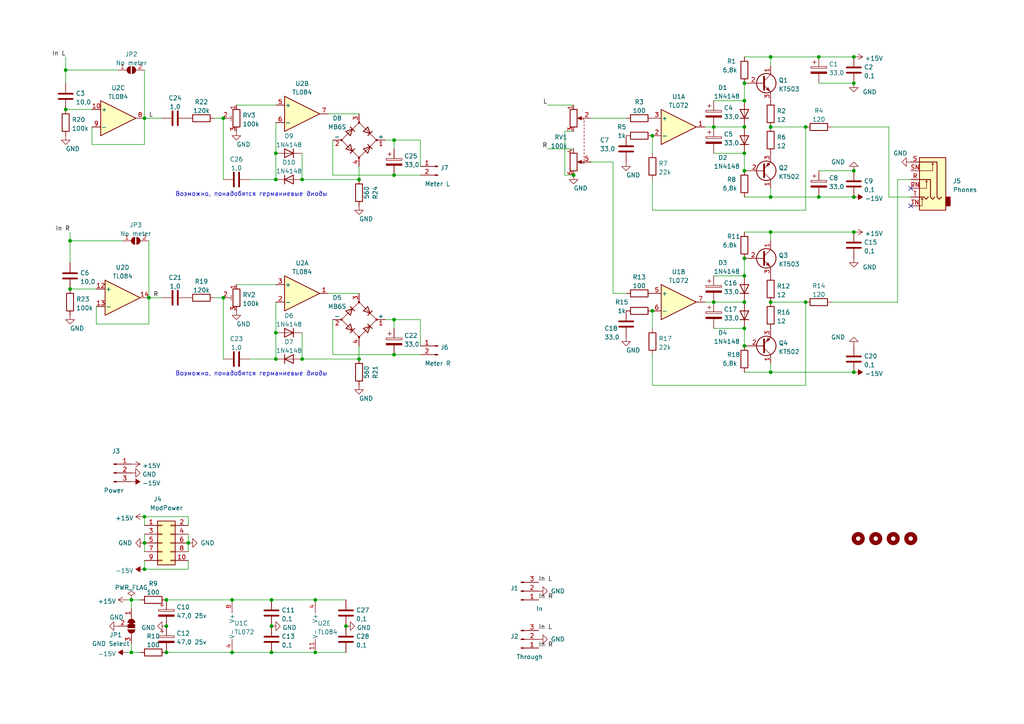
<source format=kicad_sch>
(kicad_sch (version 20211123) (generator eeschema)
  (paper "A4")
  (lib_symbols
    (symbol "Amplifier_Operational:TL072" (pin_names (offset 0.127))
      (property "Reference" "U" (at 0 5.08 0))
      (property "Value" "TL072" (at 0 -5.08 0))
      (symbol "TL072_1_1"
        (pin output line (at 7.62 0 180) (length 2.54) (name "~") (number "1"))
        (pin input line (at -7.62 -2.54 0) (length 2.54) (name "-") (number "2"))
        (pin input line (at -7.62 2.54 0) (length 2.54) (name "+") (number "3"))
      )
      (symbol "TL072_2_1"
        (pin input line (at -7.62 2.54 0) (length 2.54) (name "+") (number "5"))
        (pin input line (at -7.62 -2.54 0) (length 2.54) (name "-") (number "6"))
        (pin output line (at 7.62 0 180) (length 2.54) (name "~") (number "7"))
      )
      (symbol "TL072_3_1"
        (pin power_in line (at -2.54 -7.62 90) (length 3.81) (name "V-") (number "4"))
        (pin power_in line (at -2.54 7.62 270) (length 3.81) (name "V+") (number "8"))
      )
    )
    (symbol "Amplifier_Operational:TL084" (pin_names (offset 0.127))
      (property "Reference" "U" (at 0 5.08 0))
      (property "Value" "TL084" (at 0 -5.08 0))
      (symbol "TL084_1_1"
        (pin output line (at 7.62 0 180) (length 2.54) (name "~") (number "1"))
        (pin input line (at -7.62 -2.54 0) (length 2.54) (name "-") (number "2"))
        (pin input line (at -7.62 2.54 0) (length 2.54) (name "+") (number "3"))
      )
      (symbol "TL084_2_1"
        (pin input line (at -7.62 2.54 0) (length 2.54) (name "+") (number "5"))
        (pin input line (at -7.62 -2.54 0) (length 2.54) (name "-") (number "6"))
        (pin output line (at 7.62 0 180) (length 2.54) (name "~") (number "7"))
      )
      (symbol "TL084_3_1"
        (pin input line (at -7.62 2.54 0) (length 2.54) (name "+") (number "10"))
        (pin output line (at 7.62 0 180) (length 2.54) (name "~") (number "8"))
        (pin input line (at -7.62 -2.54 0) (length 2.54) (name "-") (number "9"))
      )
      (symbol "TL084_4_1"
        (pin input line (at -7.62 2.54 0) (length 2.54) (name "+") (number "12"))
        (pin input line (at -7.62 -2.54 0) (length 2.54) (name "-") (number "13"))
        (pin output line (at 7.62 0 180) (length 2.54) (name "~") (number "14"))
      )
      (symbol "TL084_5_1"
        (pin power_in line (at -2.54 -7.62 90) (length 3.81) (name "V-") (number "11"))
        (pin power_in line (at -2.54 7.62 270) (length 3.81) (name "V+") (number "4"))
      )
    )
    (symbol "Connector:AudioJack3_Switch"
      (property "Reference" "J" (at 0 11.43 0))
      (property "Value" "AudioJack3_Switch" (at 0 8.89 0))
      (symbol "AudioJack3_Switch_1_1"
        (pin passive line (at 5.08 0 180) (length 2.54) (name "~") (number "R"))
        (pin passive line (at 5.08 -2.54 180) (length 2.54) (name "~") (number "RN"))
        (pin passive line (at 5.08 5.08 180) (length 2.54) (name "~") (number "S"))
        (pin passive line (at 5.08 2.54 180) (length 2.54) (name "~") (number "SN"))
        (pin passive line (at 5.08 -5.08 180) (length 2.54) (name "~") (number "T"))
        (pin passive line (at 5.08 -7.62 180) (length 2.54) (name "~") (number "TN"))
      )
    )
    (symbol "Connector:Conn_01x02_Male" (pin_names (offset 1.016) hide)
      (property "Reference" "J" (at 0 2.54 0))
      (property "Value" "Conn_01x02_Male" (at 0 -5.08 0))
      (symbol "Conn_01x02_Male_1_1"
        (pin passive line (at 5.08 0 180) (length 3.81) (name "Pin_1") (number "1"))
        (pin passive line (at 5.08 -2.54 180) (length 3.81) (name "Pin_2") (number "2"))
      )
    )
    (symbol "Connector:Conn_01x03_Male" (pin_names (offset 1.016) hide)
      (property "Reference" "J" (at 0 5.08 0))
      (property "Value" "Conn_01x03_Male" (at 0 -5.08 0))
      (symbol "Conn_01x03_Male_1_1"
        (pin passive line (at 5.08 2.54 180) (length 3.81) (name "Pin_1") (number "1"))
        (pin passive line (at 5.08 0 180) (length 3.81) (name "Pin_2") (number "2"))
        (pin passive line (at 5.08 -2.54 180) (length 3.81) (name "Pin_3") (number "3"))
      )
    )
    (symbol "Connector_Generic:Conn_02x05_Odd_Even" (pin_names (offset 1.016) hide)
      (property "Reference" "J" (at 1.27 7.62 0))
      (property "Value" "Conn_02x05_Odd_Even" (at 1.27 -7.62 0))
      (symbol "Conn_02x05_Odd_Even_1_1"
        (pin passive line (at -5.08 5.08 0) (length 3.81) (name "Pin_1") (number "1"))
        (pin passive line (at 7.62 -5.08 180) (length 3.81) (name "Pin_10") (number "10"))
        (pin passive line (at 7.62 5.08 180) (length 3.81) (name "Pin_2") (number "2"))
        (pin passive line (at -5.08 2.54 0) (length 3.81) (name "Pin_3") (number "3"))
        (pin passive line (at 7.62 2.54 180) (length 3.81) (name "Pin_4") (number "4"))
        (pin passive line (at -5.08 0 0) (length 3.81) (name "Pin_5") (number "5"))
        (pin passive line (at 7.62 0 180) (length 3.81) (name "Pin_6") (number "6"))
        (pin passive line (at -5.08 -2.54 0) (length 3.81) (name "Pin_7") (number "7"))
        (pin passive line (at 7.62 -2.54 180) (length 3.81) (name "Pin_8") (number "8"))
        (pin passive line (at -5.08 -5.08 0) (length 3.81) (name "Pin_9") (number "9"))
      )
    )
    (symbol "Device:C" (pin_numbers hide) (pin_names (offset 0.254))
      (property "Reference" "C" (at 0.635 2.54 0))
      (property "Value" "C" (at 0.635 -2.54 0))
      (symbol "C_1_1"
        (pin passive line (at 0 3.81 270) (length 2.794) (name "~") (number "1"))
        (pin passive line (at 0 -3.81 90) (length 2.794) (name "~") (number "2"))
      )
    )
    (symbol "Device:C_Polarized" (pin_numbers hide) (pin_names (offset 0.254))
      (property "Reference" "C" (at 0.635 2.54 0))
      (property "Value" "C_Polarized" (at 0.635 -2.54 0))
      (symbol "C_Polarized_1_1"
        (pin passive line (at 0 3.81 270) (length 2.794) (name "~") (number "1"))
        (pin passive line (at 0 -3.81 90) (length 2.794) (name "~") (number "2"))
      )
    )
    (symbol "Device:D_Bridge_+-AA" (pin_names (offset 0))
      (property "Reference" "D" (at 2.54 6.985 0))
      (property "Value" "D_Bridge_+-AA" (at 2.54 5.08 0))
      (symbol "D_Bridge_+-AA_1_1"
        (pin passive line (at 7.62 0 180) (length 2.54) (name "+") (number "1"))
        (pin passive line (at -7.62 0 0) (length 2.54) (name "-") (number "2"))
        (pin passive line (at 0 7.62 270) (length 2.54) (name "~") (number "3"))
        (pin passive line (at 0 -7.62 90) (length 2.54) (name "~") (number "4"))
      )
    )
    (symbol "Device:R" (pin_numbers hide) (pin_names (offset 0))
      (property "Reference" "R" (at 2.032 0 90))
      (property "Value" "R" (at 0 0 90))
      (symbol "R_1_1"
        (pin passive line (at 0 3.81 270) (length 1.27) (name "~") (number "1"))
        (pin passive line (at 0 -3.81 90) (length 1.27) (name "~") (number "2"))
      )
    )
    (symbol "Device:R_Potentiometer_Dual" (pin_names (offset 1.016) hide)
      (property "Reference" "RV" (at 0 3.81 0))
      (property "Value" "R_Potentiometer_Dual" (at 0 1.905 0))
      (symbol "R_Potentiometer_Dual_1_1"
        (pin passive line (at -10.16 -2.54 0) (length 1.27) (name "1") (number "1"))
        (pin passive line (at -6.35 2.54 270) (length 2.54) (name "2") (number "2"))
        (pin passive line (at -2.54 -2.54 180) (length 1.27) (name "3") (number "3"))
        (pin passive line (at 2.54 -2.54 0) (length 1.27) (name "4") (number "4"))
        (pin passive line (at 6.35 2.54 270) (length 2.54) (name "5") (number "5"))
        (pin passive line (at 10.16 -2.54 180) (length 1.27) (name "6") (number "6"))
      )
    )
    (symbol "Device:R_Potentiometer_Trim" (pin_names (offset 1.016) hide)
      (property "Reference" "RV" (at -4.445 0 90))
      (property "Value" "R_Potentiometer_Trim" (at -2.54 0 90))
      (symbol "R_Potentiometer_Trim_1_1"
        (pin passive line (at 0 3.81 270) (length 1.27) (name "1") (number "1"))
        (pin passive line (at 3.81 0 180) (length 1.27) (name "2") (number "2"))
        (pin passive line (at 0 -3.81 90) (length 1.27) (name "3") (number "3"))
      )
    )
    (symbol "Diode:1N4148" (pin_numbers hide) (pin_names hide)
      (property "Reference" "D" (at 0 2.54 0))
      (property "Value" "1N4148" (at 0 -2.54 0))
      (symbol "1N4148_1_1"
        (pin passive line (at -3.81 0 0) (length 2.54) (name "K") (number "1"))
        (pin passive line (at 3.81 0 180) (length 2.54) (name "A") (number "2"))
      )
    )
    (symbol "Jumper:SolderJumper_2_Open" (pin_names (offset 0) hide)
      (property "Reference" "JP" (at 0 2.032 0))
      (property "Value" "SolderJumper_2_Open" (at 0 -2.54 0))
      (symbol "SolderJumper_2_Open_1_1"
        (pin passive line (at -3.81 0 0) (length 2.54) (name "A") (number "1"))
        (pin passive line (at 3.81 0 180) (length 2.54) (name "B") (number "2"))
      )
    )
    (symbol "Jumper:SolderJumper_3_Bridged12" (pin_names (offset 0) hide)
      (property "Reference" "JP" (at -2.54 -2.54 0))
      (property "Value" "SolderJumper_3_Bridged12" (at 0 2.794 0))
      (symbol "SolderJumper_3_Bridged12_1_1"
        (pin passive line (at -5.08 0 0) (length 2.54) (name "A") (number "1"))
        (pin passive line (at 0 -3.81 90) (length 2.54) (name "C") (number "2"))
        (pin passive line (at 5.08 0 180) (length 2.54) (name "B") (number "3"))
      )
    )
    (symbol "Mechanical:MountingHole" (pin_names (offset 1.016))
      (property "Reference" "H" (at 0 5.08 0))
      (property "Value" "MountingHole" (at 0 3.175 0))
    )
    (symbol "Transistor_BJT:BC547" (pin_names (offset 0) hide)
      (property "Reference" "Q" (at 5.08 1.905 0))
      (property "Value" "BC547" (at 5.08 0 0))
      (symbol "BC547_1_1"
        (pin passive line (at 2.54 5.08 270) (length 2.54) (name "C") (number "1"))
        (pin input line (at -5.08 0 0) (length 5.08) (name "B") (number "2"))
        (pin passive line (at 2.54 -5.08 90) (length 2.54) (name "E") (number "3"))
      )
    )
    (symbol "Transistor_BJT:BC557" (pin_names (offset 0) hide)
      (property "Reference" "Q" (at 5.08 1.905 0))
      (property "Value" "BC557" (at 5.08 0 0))
      (symbol "BC557_1_1"
        (pin passive line (at 2.54 5.08 270) (length 2.54) (name "C") (number "1"))
        (pin input line (at -5.08 0 0) (length 5.715) (name "B") (number "2"))
        (pin passive line (at 2.54 -5.08 90) (length 2.54) (name "E") (number "3"))
      )
    )
    (symbol "power:+15V" (power) (pin_names (offset 0))
      (property "Value" "+15V" (at 0 3.556 0))
      (symbol "+15V_1_1"
        (pin power_in line (at 0 0 90) (length 0) hide (name "+15V") (number "1"))
      )
    )
    (symbol "power:-15V" (power) (pin_names (offset 0))
      (property "Value" "-15V" (at 0 3.81 0))
      (symbol "-15V_0_0"
        (pin power_in line (at 0 0 90) (length 0) hide (name "-15V") (number "1"))
      )
    )
    (symbol "power:GND" (power) (pin_names (offset 0))
      (property "Value" "GND" (at 0 -3.81 0))
      (symbol "GND_1_1"
        (pin power_in line (at 0 0 270) (length 0) hide (name "GND") (number "1"))
      )
    )
    (symbol "power:PWR_FLAG" (power) (pin_numbers hide) (pin_names (offset 0) hide)
      (property "Value" "PWR_FLAG" (at 0 3.81 0))
      (symbol "PWR_FLAG_0_0"
        (pin power_out line (at 0 0 90) (length 0) (name "pwr") (number "1"))
      )
    )
  )
  (junction (at 215.9 36.83))
  (junction (at 215.9 44.45))
  (junction (at 247.65 67.31))
  (junction (at 247.65 24.13))
  (junction (at 64.77 34.29))
  (junction (at 104.14 52.07))
  (junction (at 67.31 189.23))
  (junction (at 87.63 52.07))
  (junction (at 233.68 87.63))
  (junction (at 48.26 173.99))
  (junction (at 43.18 86.36))
  (junction (at 223.52 36.83))
  (junction (at 78.74 173.99))
  (junction (at 80.01 52.07))
  (junction (at 114.3 40.64))
  (junction (at 114.3 102.87))
  (junction (at 80.01 104.14))
  (junction (at 64.77 86.36))
  (junction (at 87.63 104.14))
  (junction (at 189.23 90.17))
  (junction (at 223.52 57.15))
  (junction (at 114.3 92.71))
  (junction (at 48.26 181.61))
  (junction (at 80.01 96.52))
  (junction (at 215.9 95.25))
  (junction (at 20.32 69.85))
  (junction (at 233.68 36.83))
  (junction (at 38.1 189.23))
  (junction (at 166.37 50.8))
  (junction (at 223.52 107.95))
  (junction (at 104.14 104.14))
  (junction (at 38.1 173.99))
  (junction (at 207.01 87.63))
  (junction (at 67.31 173.99))
  (junction (at 80.01 44.45))
  (junction (at 189.23 39.37))
  (junction (at 215.9 49.53))
  (junction (at 54.61 157.48))
  (junction (at 91.44 189.23))
  (junction (at 215.9 29.21))
  (junction (at 41.91 34.29))
  (junction (at 237.49 16.51))
  (junction (at 48.26 189.23))
  (junction (at 215.9 80.01))
  (junction (at 223.52 67.31))
  (junction (at 78.74 181.61))
  (junction (at 41.91 165.1))
  (junction (at 247.65 16.51))
  (junction (at 41.91 157.48))
  (junction (at 215.9 87.63))
  (junction (at 215.9 74.93))
  (junction (at 215.9 100.33))
  (junction (at 237.49 57.15))
  (junction (at 247.65 49.53))
  (junction (at 247.65 57.15))
  (junction (at 78.74 189.23))
  (junction (at 223.52 87.63))
  (junction (at 247.65 107.95))
  (junction (at 215.9 24.13))
  (junction (at 19.05 20.32))
  (junction (at 114.3 50.8))
  (junction (at 20.32 83.82))
  (junction (at 19.05 31.75))
  (junction (at 91.44 173.99))
  (junction (at 100.33 181.61))
  (junction (at 223.52 16.51))
  (junction (at 41.91 149.86))
  (junction (at 207.01 36.83))
  (no_connect (at 264.16 59.69))
  (no_connect (at 264.16 54.61))
  (wire (pts (xy 38.1 189.23) (xy 40.64 189.23)))
  (wire (pts (xy 43.18 69.85) (xy 43.18 86.36)))
  (wire (pts (xy 223.52 67.31) (xy 247.65 67.31)))
  (wire (pts (xy 114.3 50.8) (xy 121.92 50.8)))
  (wire (pts (xy 215.9 107.95) (xy 223.52 107.95)))
  (wire (pts (xy 111.76 40.64) (xy 114.3 40.64)))
  (wire (pts (xy 48.26 173.99) (xy 67.31 173.99)))
  (wire (pts (xy 62.23 86.36) (xy 64.77 86.36)))
  (wire (pts (xy 207.01 29.21) (xy 215.9 29.21)))
  (wire (pts (xy 207.01 95.25) (xy 215.9 95.25)))
  (wire (pts (xy 41.91 162.56) (xy 41.91 165.1)))
  (wire (pts (xy 215.9 95.25) (xy 215.9 100.33)))
  (wire (pts (xy 177.8 85.09) (xy 177.8 46.99)))
  (wire (pts (xy 20.32 69.85) (xy 20.32 76.2)))
  (wire (pts (xy 223.52 57.15) (xy 223.52 54.61)))
  (wire (pts (xy 204.47 36.83) (xy 207.01 36.83)))
  (wire (pts (xy 166.37 38.1) (xy 163.83 38.1)))
  (wire (pts (xy 87.63 104.14) (xy 104.14 104.14)))
  (wire (pts (xy 80.01 87.63) (xy 80.01 96.52)))
  (wire (pts (xy 38.1 173.99) (xy 40.64 173.99)))
  (wire (pts (xy 26.67 41.91) (xy 41.91 41.91)))
  (wire (pts (xy 233.68 111.76) (xy 233.68 87.63)))
  (wire (pts (xy 223.52 107.95) (xy 247.65 107.95)))
  (wire (pts (xy 54.61 154.94) (xy 54.61 157.48)))
  (wire (pts (xy 96.52 102.87) (xy 96.52 92.71)))
  (wire (pts (xy 41.91 20.32) (xy 41.91 34.29)))
  (wire (pts (xy 91.44 173.99) (xy 100.33 173.99)))
  (wire (pts (xy 43.18 86.36) (xy 46.99 86.36)))
  (wire (pts (xy 36.83 189.23) (xy 38.1 189.23)))
  (wire (pts (xy 41.91 154.94) (xy 41.91 157.48)))
  (wire (pts (xy 87.63 96.52) (xy 87.63 104.14)))
  (wire (pts (xy 163.83 38.1) (xy 163.83 50.8)))
  (wire (pts (xy 38.1 173.99) (xy 38.1 176.53)))
  (wire (pts (xy 171.45 34.29) (xy 181.61 34.29)))
  (wire (pts (xy 68.58 30.48) (xy 80.01 30.48)))
  (wire (pts (xy 257.81 57.15) (xy 257.81 36.83)))
  (wire (pts (xy 19.05 16.51) (xy 19.05 20.32)))
  (wire (pts (xy 43.18 93.98) (xy 43.18 86.36)))
  (wire (pts (xy 260.35 87.63) (xy 241.3 87.63)))
  (wire (pts (xy 237.49 24.13) (xy 247.65 24.13)))
  (wire (pts (xy 207.01 87.63) (xy 215.9 87.63)))
  (wire (pts (xy 189.23 60.96) (xy 233.68 60.96)))
  (wire (pts (xy 189.23 90.17) (xy 189.23 95.25)))
  (wire (pts (xy 264.16 57.15) (xy 257.81 57.15)))
  (wire (pts (xy 204.47 87.63) (xy 207.01 87.63)))
  (wire (pts (xy 114.3 50.8) (xy 96.52 50.8)))
  (wire (pts (xy 121.92 40.64) (xy 114.3 40.64)))
  (wire (pts (xy 20.32 69.85) (xy 35.56 69.85)))
  (wire (pts (xy 64.77 34.29) (xy 64.77 52.07)))
  (wire (pts (xy 215.9 67.31) (xy 223.52 67.31)))
  (wire (pts (xy 78.74 173.99) (xy 91.44 173.99)))
  (wire (pts (xy 64.77 86.36) (xy 64.77 104.14)))
  (wire (pts (xy 215.9 24.13) (xy 215.9 29.21)))
  (wire (pts (xy 41.91 41.91) (xy 41.91 34.29)))
  (wire (pts (xy 67.31 189.23) (xy 78.74 189.23)))
  (wire (pts (xy 36.83 173.99) (xy 38.1 173.99)))
  (wire (pts (xy 68.58 82.55) (xy 80.01 82.55)))
  (wire (pts (xy 95.25 33.02) (xy 104.14 33.02)))
  (wire (pts (xy 114.3 95.25) (xy 114.3 92.71)))
  (wire (pts (xy 158.75 30.48) (xy 166.37 30.48)))
  (wire (pts (xy 114.3 43.18) (xy 114.3 40.64)))
  (wire (pts (xy 189.23 102.87) (xy 189.23 111.76)))
  (wire (pts (xy 114.3 102.87) (xy 96.52 102.87)))
  (wire (pts (xy 189.23 52.07) (xy 189.23 60.96)))
  (wire (pts (xy 41.91 152.4) (xy 41.91 149.86)))
  (wire (pts (xy 207.01 80.01) (xy 215.9 80.01)))
  (wire (pts (xy 121.92 92.71) (xy 121.92 100.33)))
  (wire (pts (xy 27.94 88.9) (xy 27.94 93.98)))
  (wire (pts (xy 189.23 111.76) (xy 233.68 111.76)))
  (wire (pts (xy 237.49 49.53) (xy 247.65 49.53)))
  (wire (pts (xy 223.52 16.51) (xy 237.49 16.51)))
  (wire (pts (xy 67.31 173.99) (xy 78.74 173.99)))
  (wire (pts (xy 80.01 35.56) (xy 80.01 44.45)))
  (wire (pts (xy 41.91 149.86) (xy 54.61 149.86)))
  (wire (pts (xy 207.01 44.45) (xy 215.9 44.45)))
  (wire (pts (xy 20.32 67.31) (xy 20.32 69.85)))
  (wire (pts (xy 158.75 43.18) (xy 166.37 43.18)))
  (wire (pts (xy 62.23 34.29) (xy 64.77 34.29)))
  (wire (pts (xy 223.52 57.15) (xy 237.49 57.15)))
  (wire (pts (xy 114.3 92.71) (xy 121.92 92.71)))
  (wire (pts (xy 87.63 52.07) (xy 104.14 52.07)))
  (wire (pts (xy 111.76 92.71) (xy 114.3 92.71)))
  (wire (pts (xy 72.39 52.07) (xy 80.01 52.07)))
  (wire (pts (xy 19.05 20.32) (xy 19.05 24.13)))
  (wire (pts (xy 237.49 57.15) (xy 247.65 57.15)))
  (wire (pts (xy 104.14 48.26) (xy 104.14 52.07)))
  (wire (pts (xy 54.61 157.48) (xy 54.61 160.02)))
  (wire (pts (xy 95.25 85.09) (xy 104.14 85.09)))
  (wire (pts (xy 257.81 36.83) (xy 241.3 36.83)))
  (wire (pts (xy 233.68 60.96) (xy 233.68 36.83)))
  (wire (pts (xy 41.91 165.1) (xy 54.61 165.1)))
  (wire (pts (xy 215.9 16.51) (xy 223.52 16.51)))
  (wire (pts (xy 48.26 189.23) (xy 67.31 189.23)))
  (wire (pts (xy 87.63 44.45) (xy 87.63 52.07)))
  (wire (pts (xy 20.32 83.82) (xy 27.94 83.82)))
  (wire (pts (xy 19.05 20.32) (xy 34.29 20.32)))
  (wire (pts (xy 233.68 87.63) (xy 223.52 87.63)))
  (wire (pts (xy 54.61 165.1) (xy 54.61 162.56)))
  (wire (pts (xy 189.23 39.37) (xy 189.23 44.45)))
  (wire (pts (xy 26.67 36.83) (xy 26.67 41.91)))
  (wire (pts (xy 223.52 67.31) (xy 223.52 69.85)))
  (wire (pts (xy 163.83 50.8) (xy 166.37 50.8)))
  (wire (pts (xy 78.74 189.23) (xy 91.44 189.23)))
  (wire (pts (xy 207.01 36.83) (xy 215.9 36.83)))
  (wire (pts (xy 215.9 74.93) (xy 215.9 80.01)))
  (wire (pts (xy 96.52 50.8) (xy 96.52 40.64)))
  (wire (pts (xy 215.9 57.15) (xy 223.52 57.15)))
  (wire (pts (xy 80.01 96.52) (xy 80.01 104.14)))
  (wire (pts (xy 223.52 107.95) (xy 223.52 105.41)))
  (wire (pts (xy 27.94 93.98) (xy 43.18 93.98)))
  (wire (pts (xy 181.61 85.09) (xy 177.8 85.09)))
  (wire (pts (xy 223.52 16.51) (xy 223.52 19.05)))
  (wire (pts (xy 19.05 31.75) (xy 26.67 31.75)))
  (wire (pts (xy 72.39 104.14) (xy 80.01 104.14)))
  (wire (pts (xy 38.1 186.69) (xy 38.1 189.23)))
  (wire (pts (xy 177.8 46.99) (xy 171.45 46.99)))
  (wire (pts (xy 215.9 44.45) (xy 215.9 49.53)))
  (wire (pts (xy 264.16 52.07) (xy 260.35 52.07)))
  (wire (pts (xy 104.14 100.33) (xy 104.14 104.14)))
  (wire (pts (xy 54.61 149.86) (xy 54.61 152.4)))
  (wire (pts (xy 260.35 52.07) (xy 260.35 87.63)))
  (wire (pts (xy 114.3 102.87) (xy 121.92 102.87)))
  (wire (pts (xy 91.44 189.23) (xy 100.33 189.23)))
  (wire (pts (xy 41.91 34.29) (xy 46.99 34.29)))
  (wire (pts (xy 41.91 157.48) (xy 41.91 160.02)))
  (wire (pts (xy 233.68 36.83) (xy 223.52 36.83)))
  (wire (pts (xy 121.92 48.26) (xy 121.92 40.64)))
  (wire (pts (xy 80.01 44.45) (xy 80.01 52.07)))
  (wire (pts (xy 237.49 16.51) (xy 247.65 16.51)))
  (text "Возможно, понадобятся германиевые диоды" (at 50.8 109.22 0) (effects (font (size 1.27 1.27)) (justify left bottom)))
  (text "Возможно, понадобятся германиевые диоды" (at 50.8 57.15 0) (effects (font (size 1.27 1.27)) (justify left bottom)))
  (label "In L" (at 156.21 168.91 0))
  (label "R" (at 44.45 86.36 0))
  (label "In L" (at 156.21 182.88 0))
  (label "In R" (at 156.21 173.99 0))
  (label "R" (at 158.75 43.18 180))
  (label "L" (at 43.18 34.29 0))
  (label "In R" (at 156.21 187.96 0))
  (label "L" (at 158.75 30.48 180))
  (label "In L" (at 19.05 16.51 180))
  (label "In R" (at 20.32 67.31 180))
  (symbol (lib_id "Device:R") (at 19.05 35.56 180) (unit 1)
    (property "Reference" "R20" (at 20.828 34.7253 0) (effects (justify right)))
    (property "Value" "100k" (at 20.828 37.2622 0) (effects (justify right)))
    (property "Footprint" "Resistor_THT:R_Axial_DIN0207_L6.3mm_D2.5mm_P2.54mm_Vertical" (effects hide))
  )
  (symbol (lib_id "Diode:1N4148") (at 215.9 40.64 90) (unit 1)
    (property "Reference" "D2" (at 208.28 45.72 90) (effects (justify right)))
    (property "Value" "1N4148" (at 207.01 48.26 90) (effects (justify right)))
    (property "Footprint" "Diode_THT:D_DO-35_SOD27_P2.54mm_Vertical_KathodeUp" (effects hide))
    (property "Datasheet" "https://assets.nexperia.com/documents/data-sheet/1N4148_1N4448.pdf" (effects hide))
  )
  (symbol (lib_id "Device:C") (at 247.65 104.14 0) (unit 1)
    (property "Reference" "C20" (at 250.571 103.3053 0) (effects (justify left)))
    (property "Value" "0,1" (at 250.571 105.8422 0) (effects (justify left)))
    (property "Footprint" "Capacitor_SMD:C_1206_3216Metric_Pad1.33x1.80mm_HandSolder" (effects hide))
  )
  (symbol (lib_id "Device:C") (at 20.32 80.01 0) (unit 1)
    (property "Reference" "C6" (at 23.241 79.1753 0) (effects (justify left)))
    (property "Value" "10,0" (at 23.241 81.7122 0) (effects (justify left)))
    (property "Footprint" "Capacitor_SMD:C_0805_2012Metric_Pad1.18x1.45mm_HandSolder" (effects hide))
  )
  (symbol (lib_id "Jumper:SolderJumper_3_Bridged12") (at 38.1 181.61 270) (unit 1)
    (property "Reference" "JP1" (at 31.75 184.15 90) (effects (justify left)))
    (property "Value" "GND Select" (at 26.67 186.69 90) (effects (justify left)))
    (property "Footprint" "Connector_PinHeader_2.54mm:PinHeader_1x03_P2.54mm_Vertical" (effects hide))
  )
  (symbol (lib_id "power:GND") (at 38.1 137.16 90) (unit 1)
    (property "Reference" "#PWR0104" (effects hide))
    (property "Value" "GND" (at 41.275 137.5938 90) (effects (justify right)))
  )
  (symbol (lib_id "Amplifier_Operational:TL072") (at 69.85 181.61 0) (unit 3)
    (property "Reference" "U1" (at 67.945 180.7753 0) (effects (justify left)))
    (property "Value" "TL072" (at 67.945 183.3122 0) (effects (justify left)))
    (property "Footprint" "Package_DIP:DIP-8_W7.62mm_Socket_LongPads" (effects hide))
    (property "Datasheet" "http://www.ti.com/lit/ds/symlink/tl071.pdf" (effects hide))
  )
  (symbol (lib_id "Device:C") (at 100.33 185.42 0) (unit 1)
    (property "Reference" "C28" (at 103.251 184.5853 0) (effects (justify left)))
    (property "Value" "0,1" (at 103.251 187.1222 0) (effects (justify left)))
    (property "Footprint" "Capacitor_SMD:C_1206_3216Metric_Pad1.33x1.80mm_HandSolder" (effects hide))
  )
  (symbol (lib_id "Device:D_Bridge_+-AA") (at 104.14 92.71 0) (unit 1)
    (property "Reference" "D5" (at 97.79 86.36 0))
    (property "Value" "MB6S" (at 97.79 88.9 0))
    (property "Footprint" "Package_TO_SOT_SMD:TO-269AA" (effects hide))
  )
  (symbol (lib_id "Device:C") (at 19.05 27.94 0) (unit 1)
    (property "Reference" "C3" (at 21.971 27.1053 0) (effects (justify left)))
    (property "Value" "10,0" (at 21.971 29.6422 0) (effects (justify left)))
    (property "Footprint" "Capacitor_SMD:C_0805_2012Metric_Pad1.18x1.45mm_HandSolder" (effects hide))
  )
  (symbol (lib_id "power:GND") (at 78.74 181.61 90) (unit 1)
    (property "Reference" "#PWR0115" (effects hide))
    (property "Value" "GND" (at 81.915 182.0438 90) (effects (justify right)))
  )
  (symbol (lib_id "Device:R") (at 215.9 104.14 0) (unit 1)
    (property "Reference" "R18" (at 210.82 102.87 0) (effects (justify left)))
    (property "Value" "6,8k" (at 209.55 105.41 0) (effects (justify left)))
    (property "Footprint" "Resistor_THT:R_Axial_DIN0207_L6.3mm_D2.5mm_P2.54mm_Vertical" (effects hide))
  )
  (symbol (lib_id "Connector:Conn_01x03_Male") (at 33.02 137.16 0) (unit 1)
    (property "Reference" "J3" (at 33.655 130.844 0))
    (property "Value" "Power" (at 33.02 142.24 0))
    (property "Footprint" "Connector_PinHeader_2.54mm:PinHeader_1x03_P2.54mm_Vertical" (effects hide))
  )
  (symbol (lib_id "power:GND") (at 247.65 100.33 180) (unit 1)
    (property "Reference" "#PWR05" (effects hide))
    (property "Value" "GND" (at 245.11 97.79 0) (effects (justify left)))
  )
  (symbol (lib_id "Device:R") (at 215.9 20.32 0) (unit 1)
    (property "Reference" "R1" (at 210.82 17.78 0) (effects (justify left)))
    (property "Value" "6,8k" (at 209.55 20.32 0) (effects (justify left)))
    (property "Footprint" "Resistor_THT:R_Axial_DIN0207_L6.3mm_D2.5mm_P2.54mm_Vertical" (effects hide))
  )
  (symbol (lib_id "power:+15V") (at 247.65 16.51 270) (unit 1)
    (property "Reference" "#PWR0118" (effects hide))
    (property "Value" "+15V" (at 250.825 16.9438 90) (effects (justify left)))
  )
  (symbol (lib_id "Device:R") (at 44.45 189.23 90) (unit 1)
    (property "Reference" "R10" (at 44.45 184.5142 90))
    (property "Value" "100" (at 44.45 187.0511 90))
    (property "Footprint" "Resistor_THT:R_Axial_DIN0207_L6.3mm_D2.5mm_P2.54mm_Vertical" (effects hide))
  )
  (symbol (lib_id "power:-15V") (at 41.91 165.1 90) (unit 1)
    (property "Reference" "#PWR0107" (effects hide))
    (property "Value" "-15V" (at 38.735 165.5338 90) (effects (justify left)))
  )
  (symbol (lib_id "Device:C_Polarized") (at 237.49 20.32 0) (unit 1)
    (property "Reference" "C1" (at 240.411 18.5963 0) (effects (justify left)))
    (property "Value" "33,0" (at 240.411 21.1332 0) (effects (justify left)))
    (property "Footprint" "Capacitor_THT:CP_Radial_D5.0mm_P2.50mm" (effects hide))
  )
  (symbol (lib_id "power:-15V") (at 247.65 107.95 270) (unit 1)
    (property "Reference" "#PWR06" (effects hide))
    (property "Value" "-15V" (at 250.825 108.3838 90) (effects (justify left)))
  )
  (symbol (lib_id "Amplifier_Operational:TL084") (at 34.29 34.29 0) (unit 3)
    (property "Reference" "U2" (at 34.29 25.5102 0))
    (property "Value" "TL084" (at 34.29 28.0471 0))
    (property "Footprint" "Package_DIP:DIP-14_W7.62mm_Socket_LongPads" (effects hide))
    (property "Datasheet" "http://www.ti.com/lit/ds/symlink/tl081.pdf" (effects hide))
  )
  (symbol (lib_id "Mechanical:MountingHole") (at 264.16 156.21 0) (unit 1)
    (property "Reference" "H4" (effects hide))
    (property "Value" "MountingHole" (effects hide))
    (property "Footprint" "MountingHole:MountingHole_3.2mm_M3" (effects hide))
  )
  (symbol (lib_id "power:+15V") (at 38.1 134.62 270) (unit 1)
    (property "Reference" "#PWR0105" (effects hide))
    (property "Value" "+15V" (at 41.275 135.0538 90) (effects (justify left)))
  )
  (symbol (lib_id "Connector:Conn_01x03_Male") (at 151.13 185.42 0) (mirror x) (unit 1)
    (property "Reference" "J2" (at 150.4188 184.5853 0) (effects (justify right)))
    (property "Value" "Through" (at 157.48 190.5 0) (effects (justify right)))
    (property "Footprint" "Connector_PinHeader_2.54mm:PinHeader_1x03_P2.54mm_Vertical" (effects hide))
  )
  (symbol (lib_id "Device:C_Polarized") (at 114.3 99.06 0) (unit 1)
    (property "Reference" "C22" (at 117.221 97.3363 0) (effects (justify left)))
    (property "Value" "33,0" (at 117.221 99.8732 0) (effects (justify left)))
    (property "Footprint" "Capacitor_THT:CP_Radial_D5.0mm_P2.50mm" (effects hide))
  )
  (symbol (lib_id "Diode:1N4148") (at 83.82 104.14 0) (unit 1)
    (property "Reference" "D7" (at 83.82 99.1702 0))
    (property "Value" "1N4148" (at 83.82 101.7071 0))
    (property "Footprint" "Diode_THT:D_DO-35_SOD27_P2.54mm_Vertical_KathodeUp" (effects hide))
    (property "Datasheet" "https://assets.nexperia.com/documents/data-sheet/1N4148_1N4448.pdf" (effects hide))
  )
  (symbol (lib_id "Device:R_Potentiometer_Trim") (at 68.58 34.29 0) (mirror y) (unit 1)
    (property "Reference" "RV3" (at 70.358 33.4553 0) (effects (justify right)))
    (property "Value" "100k" (at 70.358 35.9922 0) (effects (justify right)))
    (property "Footprint" "Potentiometer_THT:Potentiometer_Runtron_RM-065_Vertical" (effects hide))
  )
  (symbol (lib_id "Device:C") (at 68.58 104.14 90) (unit 1)
    (property "Reference" "C23" (at 68.58 98.2812 90))
    (property "Value" "1,0" (at 68.58 100.8181 90))
    (property "Footprint" "Capacitor_SMD:C_0805_2012Metric_Pad1.18x1.45mm_HandSolder" (effects hide))
  )
  (symbol (lib_id "Connector:AudioJack3_Switch") (at 269.24 52.07 0) (mirror y) (unit 1)
    (property "Reference" "J5" (at 276.352 52.5053 0) (effects (justify right)))
    (property "Value" "Phones" (at 276.352 55.0422 0) (effects (justify right)))
    (property "Footprint" "Connector_Audio:Jack_6.35mm_Neutrik_NMJ6HCD2_Horizontal" (effects hide))
  )
  (symbol (lib_id "power:-15V") (at 247.65 57.15 270) (unit 1)
    (property "Reference" "#PWR0120" (effects hide))
    (property "Value" "-15V" (at 250.825 57.5838 90) (effects (justify left)))
  )
  (symbol (lib_id "power:GND") (at 247.65 74.93 0) (unit 1)
    (property "Reference" "#PWR03" (effects hide))
    (property "Value" "GND" (at 250.19 77.47 0) (effects (justify left)))
  )
  (symbol (lib_id "power:GND") (at 41.91 157.48 270) (unit 1)
    (property "Reference" "#PWR0112" (effects hide))
    (property "Value" "GND" (at 34.29 157.48 90) (effects (justify left)))
  )
  (symbol (lib_id "Amplifier_Operational:TL072") (at 196.85 87.63 0) (unit 2)
    (property "Reference" "U1" (at 196.85 78.8502 0))
    (property "Value" "TL072" (at 196.85 81.3871 0))
    (property "Footprint" "Package_DIP:DIP-8_W7.62mm_Socket_LongPads" (effects hide))
    (property "Datasheet" "http://www.ti.com/lit/ds/symlink/tl071.pdf" (effects hide))
  )
  (symbol (lib_id "Device:R") (at 44.45 173.99 90) (unit 1)
    (property "Reference" "R9" (at 44.45 169.2742 90))
    (property "Value" "100" (at 44.45 171.8111 90))
    (property "Footprint" "Resistor_THT:R_Axial_DIN0207_L6.3mm_D2.5mm_P2.54mm_Vertical" (effects hide))
  )
  (symbol (lib_id "Device:C") (at 78.74 185.42 0) (unit 1)
    (property "Reference" "C13" (at 81.661 184.5853 0) (effects (justify left)))
    (property "Value" "0,1" (at 81.661 187.1222 0) (effects (justify left)))
    (property "Footprint" "Capacitor_SMD:C_1206_3216Metric_Pad1.33x1.80mm_HandSolder" (effects hide))
  )
  (symbol (lib_id "Device:R_Potentiometer_Trim") (at 68.58 86.36 0) (mirror y) (unit 1)
    (property "Reference" "RV2" (at 70.358 85.5253 0) (effects (justify right)))
    (property "Value" "100k" (at 70.358 88.0622 0) (effects (justify right)))
    (property "Footprint" "Potentiometer_THT:Potentiometer_Runtron_RM-065_Vertical" (effects hide))
  )
  (symbol (lib_id "power:GND") (at 68.58 90.17 0) (unit 1)
    (property "Reference" "#PWR07" (effects hide))
    (property "Value" "GND" (at 68.58 93.98 0) (effects (justify left)))
  )
  (symbol (lib_id "Device:D_Bridge_+-AA") (at 104.14 40.64 0) (unit 1)
    (property "Reference" "D8" (at 97.79 34.29 0))
    (property "Value" "MB6S" (at 97.79 36.83 0))
    (property "Footprint" "Package_TO_SOT_SMD:TO-269AA" (effects hide))
  )
  (symbol (lib_id "Amplifier_Operational:TL072") (at 196.85 36.83 0) (unit 1)
    (property "Reference" "U1" (at 196.85 28.0502 0))
    (property "Value" "TL072" (at 196.85 30.5871 0))
    (property "Footprint" "Package_DIP:DIP-8_W7.62mm_Socket_LongPads" (effects hide))
    (property "Datasheet" "http://www.ti.com/lit/ds/symlink/tl071.pdf" (effects hide))
  )
  (symbol (lib_id "Amplifier_Operational:TL084") (at 93.98 181.61 0) (unit 5)
    (property "Reference" "U2" (at 92.075 180.7753 0) (effects (justify left)))
    (property "Value" "TL084" (at 92.075 183.3122 0) (effects (justify left)))
    (property "Footprint" "Package_DIP:DIP-14_W7.62mm_Socket_LongPads" (effects hide))
    (property "Datasheet" "http://www.ti.com/lit/ds/symlink/tl081.pdf" (effects hide))
  )
  (symbol (lib_id "power:GND") (at 48.26 181.61 270) (unit 1)
    (property "Reference" "#PWR0108" (effects hide))
    (property "Value" "GND" (at 45.0851 182.0438 90) (effects (justify right)))
  )
  (symbol (lib_id "power:GND") (at 264.16 46.99 270) (unit 1)
    (property "Reference" "#PWR01" (effects hide))
    (property "Value" "GND" (at 259.08 44.45 90) (effects (justify left)))
  )
  (symbol (lib_id "Device:R") (at 189.23 48.26 0) (unit 1)
    (property "Reference" "R7" (at 191.008 47.4253 0) (effects (justify left)))
    (property "Value" "22k" (at 191.008 49.9622 0) (effects (justify left)))
    (property "Footprint" "Resistor_THT:R_Axial_DIN0207_L6.3mm_D2.5mm_P2.54mm_Vertical" (effects hide))
  )
  (symbol (lib_id "Diode:1N4148") (at 83.82 44.45 180) (unit 1)
    (property "Reference" "D9" (at 83.82 39.4802 0))
    (property "Value" "1N4148" (at 83.82 42.0171 0))
    (property "Footprint" "Diode_THT:D_DO-35_SOD27_P2.54mm_Vertical_KathodeUp" (effects hide))
    (property "Datasheet" "https://assets.nexperia.com/documents/data-sheet/1N4148_1N4448.pdf" (effects hide))
  )
  (symbol (lib_id "Diode:1N4148") (at 215.9 91.44 90) (unit 1)
    (property "Reference" "D4" (at 208.28 96.52 90) (effects (justify right)))
    (property "Value" "1N4148" (at 207.01 99.06 90) (effects (justify right)))
    (property "Footprint" "Diode_THT:D_DO-35_SOD27_P2.54mm_Vertical_KathodeUp" (effects hide))
    (property "Datasheet" "https://assets.nexperia.com/documents/data-sheet/1N4148_1N4448.pdf" (effects hide))
  )
  (symbol (lib_id "Transistor_BJT:BC547") (at 220.98 74.93 0) (unit 1)
    (property "Reference" "Q3" (at 225.8314 74.0953 0) (effects (justify left)))
    (property "Value" "КТ503" (at 225.8314 76.6322 0) (effects (justify left)))
    (property "Footprint" "Package_TO_SOT_THT:TO-92_Inline" (effects hide))
    (property "Datasheet" "https://www.onsemi.com/pub/Collateral/BC550-D.pdf" (effects hide))
  )
  (symbol (lib_id "Device:C") (at 78.74 177.8 0) (unit 1)
    (property "Reference" "C11" (at 81.661 176.9653 0) (effects (justify left)))
    (property "Value" "0,1" (at 81.661 179.5022 0) (effects (justify left)))
    (property "Footprint" "Capacitor_SMD:C_1206_3216Metric_Pad1.33x1.80mm_HandSolder" (effects hide))
  )
  (symbol (lib_id "Connector:Conn_01x02_Male") (at 127 48.26 0) (mirror y) (unit 1)
    (property "Reference" "J7" (at 127.7112 48.6953 0) (effects (justify right)))
    (property "Value" "Meter L" (at 123.19 53.34 0) (effects (justify right)))
    (property "Footprint" "Connector_PinHeader_2.54mm:PinHeader_1x02_P2.54mm_Vertical" (effects hide))
  )
  (symbol (lib_id "power:GND") (at 181.61 46.99 0) (unit 1)
    (property "Reference" "#PWR0116" (effects hide))
    (property "Value" "GND" (at 181.61 50.8 0) (effects (justify left)))
  )
  (symbol (lib_id "power:GND") (at 156.21 171.45 90) (mirror x) (unit 1)
    (property "Reference" "#PWR0101" (effects hide))
    (property "Value" "GND" (at 163.83 171.45 90) (effects (justify left)))
  )
  (symbol (lib_id "power:+15V") (at 41.91 149.86 90) (unit 1)
    (property "Reference" "#PWR0113" (effects hide))
    (property "Value" "+15V" (at 38.735 150.2938 90) (effects (justify left)))
  )
  (symbol (lib_id "Device:R") (at 223.52 91.44 0) (unit 1)
    (property "Reference" "R16" (at 225.298 90.6053 0) (effects (justify left)))
    (property "Value" "12" (at 225.298 93.1422 0) (effects (justify left)))
    (property "Footprint" "Resistor_THT:R_Axial_DIN0207_L6.3mm_D2.5mm_P2.54mm_Vertical" (effects hide))
  )
  (symbol (lib_id "power:GND") (at 19.05 39.37 0) (unit 1)
    (property "Reference" "#PWR08" (effects hide))
    (property "Value" "GND" (at 19.05 43.18 0) (effects (justify left)))
  )
  (symbol (lib_id "power:GND") (at 181.61 97.79 0) (unit 1)
    (property "Reference" "#PWR04" (effects hide))
    (property "Value" "GND" (at 181.61 101.6 0) (effects (justify left)))
  )
  (symbol (lib_id "Device:C") (at 50.8 34.29 90) (unit 1)
    (property "Reference" "C24" (at 50.8 28.4312 90))
    (property "Value" "1,0" (at 50.8 30.9681 90))
    (property "Footprint" "Capacitor_SMD:C_0805_2012Metric_Pad1.18x1.45mm_HandSolder" (effects hide))
  )
  (symbol (lib_id "Device:C") (at 50.8 86.36 90) (unit 1)
    (property "Reference" "C21" (at 50.8 80.5012 90))
    (property "Value" "1,0" (at 50.8 83.0381 90))
    (property "Footprint" "Capacitor_SMD:C_0805_2012Metric_Pad1.18x1.45mm_HandSolder" (effects hide))
  )
  (symbol (lib_id "Diode:1N4148") (at 215.9 83.82 90) (unit 1)
    (property "Reference" "D3" (at 208.28 76.2 90) (effects (justify right)))
    (property "Value" "1N4148" (at 207.01 78.74 90) (effects (justify right)))
    (property "Footprint" "Diode_THT:D_DO-35_SOD27_P2.54mm_Vertical_KathodeUp" (effects hide))
    (property "Datasheet" "https://assets.nexperia.com/documents/data-sheet/1N4148_1N4448.pdf" (effects hide))
  )
  (symbol (lib_id "Device:R") (at 237.49 36.83 90) (unit 1)
    (property "Reference" "R4" (at 237.49 32.1142 90))
    (property "Value" "120" (at 237.49 34.6511 90))
    (property "Footprint" "Resistor_THT:R_Axial_DIN0207_L6.3mm_D2.5mm_P2.54mm_Vertical" (effects hide))
  )
  (symbol (lib_id "Connector_Generic:Conn_02x05_Odd_Even") (at 46.99 157.48 0) (unit 1)
    (property "Reference" "J4" (at 45.72 144.78 0))
    (property "Value" "ModPower" (at 48.26 147.32 0))
    (property "Footprint" "Connector_PinHeader_2.54mm:PinHeader_2x05_P2.54mm_Vertical" (effects hide))
  )
  (symbol (lib_id "Device:R") (at 185.42 90.17 270) (unit 1)
    (property "Reference" "R15" (at 180.34 87.63 90))
    (property "Value" "1k" (at 180.34 90.17 90))
    (property "Footprint" "Resistor_THT:R_Axial_DIN0207_L6.3mm_D2.5mm_P2.54mm_Vertical" (effects hide))
  )
  (symbol (lib_id "power:GND") (at 156.21 185.42 90) (mirror x) (unit 1)
    (property "Reference" "#PWR0102" (effects hide))
    (property "Value" "GND" (at 163.83 185.42 90) (effects (justify left)))
  )
  (symbol (lib_id "power:+15V") (at 247.65 67.31 270) (unit 1)
    (property "Reference" "#PWR02" (effects hide))
    (property "Value" "+15V" (at 250.825 67.7438 90) (effects (justify left)))
  )
  (symbol (lib_id "Diode:1N4148") (at 83.82 96.52 180) (unit 1)
    (property "Reference" "D6" (at 83.82 91.5502 0))
    (property "Value" "1N4148" (at 83.82 94.0871 0))
    (property "Footprint" "Diode_THT:D_DO-35_SOD27_P2.54mm_Vertical_KathodeUp" (effects hide))
    (property "Datasheet" "https://assets.nexperia.com/documents/data-sheet/1N4148_1N4448.pdf" (effects hide))
  )
  (symbol (lib_id "Device:R") (at 215.9 71.12 0) (unit 1)
    (property "Reference" "R11" (at 210.82 68.58 0) (effects (justify left)))
    (property "Value" "6,8k" (at 209.55 71.12 0) (effects (justify left)))
    (property "Footprint" "Resistor_THT:R_Axial_DIN0207_L6.3mm_D2.5mm_P2.54mm_Vertical" (effects hide))
  )
  (symbol (lib_id "Diode:1N4148") (at 215.9 33.02 90) (unit 1)
    (property "Reference" "D1" (at 208.28 25.4 90) (effects (justify right)))
    (property "Value" "1N4148" (at 207.01 27.94 90) (effects (justify right)))
    (property "Footprint" "Diode_THT:D_DO-35_SOD27_P2.54mm_Vertical_KathodeUp" (effects hide))
    (property "Datasheet" "https://assets.nexperia.com/documents/data-sheet/1N4148_1N4448.pdf" (effects hide))
  )
  (symbol (lib_id "power:GND") (at 166.37 50.8 0) (unit 1)
    (property "Reference" "#PWR0106" (effects hide))
    (property "Value" "GND" (at 166.37 54.61 0) (effects (justify left)))
  )
  (symbol (lib_id "Device:C") (at 181.61 93.98 0) (unit 1)
    (property "Reference" "C18" (at 175.26 95.25 0) (effects (justify left)))
    (property "Value" "33,0" (at 175.26 97.79 0) (effects (justify left)))
    (property "Footprint" "Capacitor_THT:CP_Radial_D5.0mm_P2.50mm" (effects hide))
  )
  (symbol (lib_id "Device:C_Polarized") (at 48.26 177.8 0) (unit 1)
    (property "Reference" "C10" (at 51.181 176.0763 0) (effects (justify left)))
    (property "Value" "47,0 25v" (at 51.181 178.6132 0) (effects (justify left)))
    (property "Footprint" "Capacitor_THT:CP_Radial_D5.0mm_P2.50mm" (effects hide))
  )
  (symbol (lib_id "Device:R") (at 189.23 99.06 0) (unit 1)
    (property "Reference" "R17" (at 191.008 98.2253 0) (effects (justify left)))
    (property "Value" "22k" (at 191.008 100.7622 0) (effects (justify left)))
    (property "Footprint" "Resistor_THT:R_Axial_DIN0207_L6.3mm_D2.5mm_P2.54mm_Vertical" (effects hide))
  )
  (symbol (lib_id "Device:C_Polarized") (at 237.49 53.34 0) (unit 1)
    (property "Reference" "C8" (at 240.411 51.6163 0) (effects (justify left)))
    (property "Value" "33,0" (at 240.411 54.1532 0) (effects (justify left)))
    (property "Footprint" "Capacitor_THT:CP_Radial_D5.0mm_P2.50mm" (effects hide))
  )
  (symbol (lib_id "power:-15V") (at 38.1 139.7 270) (unit 1)
    (property "Reference" "#PWR0103" (effects hide))
    (property "Value" "-15V" (at 41.275 140.1338 90) (effects (justify left)))
  )
  (symbol (lib_id "power:GND") (at 68.58 38.1 0) (unit 1)
    (property "Reference" "#PWR010" (effects hide))
    (property "Value" "GND" (at 68.58 41.91 0) (effects (justify left)))
  )
  (symbol (lib_id "Device:C_Polarized") (at 207.01 83.82 0) (unit 1)
    (property "Reference" "C16" (at 209.931 82.0963 0) (effects (justify left)))
    (property "Value" "33,0" (at 209.931 84.6332 0) (effects (justify left)))
    (property "Footprint" "Capacitor_THT:CP_Radial_D5.0mm_P2.50mm" (effects hide))
  )
  (symbol (lib_id "Device:C") (at 68.58 52.07 90) (unit 1)
    (property "Reference" "C26" (at 68.58 46.2112 90))
    (property "Value" "1,0" (at 68.58 48.7481 90))
    (property "Footprint" "Capacitor_SMD:C_0805_2012Metric_Pad1.18x1.45mm_HandSolder" (effects hide))
  )
  (symbol (lib_id "Connector:Conn_01x02_Male") (at 127 100.33 0) (mirror y) (unit 1)
    (property "Reference" "J6" (at 127.7112 100.7653 0) (effects (justify right)))
    (property "Value" "Meter R" (at 123.19 105.41 0) (effects (justify right)))
    (property "Footprint" "Connector_PinHeader_2.54mm:PinHeader_1x02_P2.54mm_Vertical" (effects hide))
  )
  (symbol (lib_id "Diode:1N4148") (at 83.82 52.07 0) (unit 1)
    (property "Reference" "D10" (at 83.82 47.1002 0))
    (property "Value" "1N4148" (at 83.82 49.6371 0))
    (property "Footprint" "Diode_THT:D_DO-35_SOD27_P2.54mm_Vertical_KathodeUp" (effects hide))
    (property "Datasheet" "https://assets.nexperia.com/documents/data-sheet/1N4148_1N4448.pdf" (effects hide))
  )
  (symbol (lib_id "Transistor_BJT:BC557") (at 220.98 49.53 0) (mirror x) (unit 1)
    (property "Reference" "Q2" (at 225.8314 48.6953 0) (effects (justify left)))
    (property "Value" "КТ502" (at 225.8314 51.2322 0) (effects (justify left)))
    (property "Footprint" "Package_TO_SOT_THT:TO-92_Inline" (effects hide))
    (property "Datasheet" "https://www.onsemi.com/pub/Collateral/BC556BTA-D.pdf" (effects hide))
  )
  (symbol (lib_id "Device:C") (at 100.33 177.8 0) (unit 1)
    (property "Reference" "C27" (at 103.251 176.9653 0) (effects (justify left)))
    (property "Value" "0,1" (at 103.251 179.5022 0) (effects (justify left)))
    (property "Footprint" "Capacitor_SMD:C_1206_3216Metric_Pad1.33x1.80mm_HandSolder" (effects hide))
  )
  (symbol (lib_id "Transistor_BJT:BC547") (at 220.98 24.13 0) (unit 1)
    (property "Reference" "Q1" (at 225.8314 23.2953 0) (effects (justify left)))
    (property "Value" "КТ503" (at 225.8314 25.8322 0) (effects (justify left)))
    (property "Footprint" "Package_TO_SOT_THT:TO-92_Inline" (effects hide))
    (property "Datasheet" "https://www.onsemi.com/pub/Collateral/BC550-D.pdf" (effects hide))
  )
  (symbol (lib_id "Device:R") (at 223.52 33.02 0) (unit 1)
    (property "Reference" "R2" (at 225.298 32.1853 0) (effects (justify left)))
    (property "Value" "12" (at 225.298 34.7222 0) (effects (justify left)))
    (property "Footprint" "Resistor_THT:R_Axial_DIN0207_L6.3mm_D2.5mm_P2.54mm_Vertical" (effects hide))
  )
  (symbol (lib_id "power:GND") (at 34.29 181.61 270) (unit 1)
    (property "Reference" "#PWR0110" (effects hide))
    (property "Value" "GND" (at 31.75 179.07 90) (effects (justify left)))
  )
  (symbol (lib_id "Device:R") (at 20.32 87.63 180) (unit 1)
    (property "Reference" "R23" (at 22.098 86.7953 0) (effects (justify right)))
    (property "Value" "100k" (at 22.098 89.3322 0) (effects (justify right)))
    (property "Footprint" "Resistor_THT:R_Axial_DIN0207_L6.3mm_D2.5mm_P2.54mm_Vertical" (effects hide))
  )
  (symbol (lib_id "Mechanical:MountingHole") (at 259.08 156.21 0) (unit 1)
    (property "Reference" "H3" (effects hide))
    (property "Value" "MountingHole" (effects hide))
    (property "Footprint" "MountingHole:MountingHole_3.2mm_M3" (effects hide))
  )
  (symbol (lib_id "Device:R") (at 58.42 86.36 270) (unit 1)
    (property "Reference" "R19" (at 58.42 81.6442 90))
    (property "Value" "120k" (at 58.42 84.1811 90))
    (property "Footprint" "Resistor_THT:R_Axial_DIN0207_L6.3mm_D2.5mm_P2.54mm_Vertical" (effects hide))
  )
  (symbol (lib_id "power:GND") (at 20.32 91.44 0) (unit 1)
    (property "Reference" "#PWR011" (effects hide))
    (property "Value" "GND" (at 20.32 95.25 0) (effects (justify left)))
  )
  (symbol (lib_id "Device:R") (at 58.42 34.29 270) (unit 1)
    (property "Reference" "R22" (at 58.42 29.5742 90))
    (property "Value" "120k" (at 58.42 32.1111 90))
    (property "Footprint" "Resistor_THT:R_Axial_DIN0207_L6.3mm_D2.5mm_P2.54mm_Vertical" (effects hide))
  )
  (symbol (lib_id "power:+15V") (at 36.83 173.99 90) (unit 1)
    (property "Reference" "#PWR0111" (effects hide))
    (property "Value" "+15V" (at 33.655 174.4238 90) (effects (justify left)))
  )
  (symbol (lib_id "power:-15V") (at 36.83 189.23 90) (unit 1)
    (property "Reference" "#PWR0109" (effects hide))
    (property "Value" "-15V" (at 33.655 189.6638 90) (effects (justify left)))
  )
  (symbol (lib_id "Amplifier_Operational:TL084") (at 87.63 33.02 0) (unit 2)
    (property "Reference" "U2" (at 87.63 24.2402 0))
    (property "Value" "TL084" (at 87.63 26.7771 0))
    (property "Footprint" "Package_DIP:DIP-14_W7.62mm_Socket_LongPads" (effects hide))
    (property "Datasheet" "http://www.ti.com/lit/ds/symlink/tl081.pdf" (effects hide))
  )
  (symbol (lib_id "Device:R") (at 185.42 34.29 90) (unit 1)
    (property "Reference" "R3" (at 185.42 29.5742 90))
    (property "Value" "100" (at 185.42 32.1111 90))
    (property "Footprint" "Resistor_THT:R_Axial_DIN0207_L6.3mm_D2.5mm_P2.54mm_Vertical" (effects hide))
  )
  (symbol (lib_id "Device:R") (at 215.9 53.34 0) (unit 1)
    (property "Reference" "R8" (at 210.82 52.07 0) (effects (justify left)))
    (property "Value" "6,8k" (at 209.55 54.61 0) (effects (justify left)))
    (property "Footprint" "Resistor_THT:R_Axial_DIN0207_L6.3mm_D2.5mm_P2.54mm_Vertical" (effects hide))
  )
  (symbol (lib_id "power:PWR_FLAG") (at 38.1 173.99 0) (unit 1)
    (property "Reference" "#FLG0101" (effects hide))
    (property "Value" "PWR_FLAG" (at 38.1 170.4142 0))
  )
  (symbol (lib_id "Jumper:SolderJumper_2_Open") (at 39.37 69.85 0) (unit 1)
    (property "Reference" "JP3" (at 39.37 65.2612 0))
    (property "Value" "No meter" (at 39.37 67.7981 0))
    (property "Footprint" "Connector_PinHeader_2.54mm:PinHeader_1x02_P2.54mm_Vertical" (effects hide))
  )
  (symbol (lib_id "Device:C") (at 247.65 20.32 0) (unit 1)
    (property "Reference" "C2" (at 250.571 19.4853 0) (effects (justify left)))
    (property "Value" "0,1" (at 250.571 22.0222 0) (effects (justify left)))
    (property "Footprint" "Capacitor_SMD:C_1206_3216Metric_Pad1.33x1.80mm_HandSolder" (effects hide))
  )
  (symbol (lib_id "Device:C_Polarized") (at 207.01 33.02 0) (unit 1)
    (property "Reference" "C4" (at 209.931 31.2963 0) (effects (justify left)))
    (property "Value" "33,0" (at 209.931 33.8332 0) (effects (justify left)))
    (property "Footprint" "Capacitor_THT:CP_Radial_D5.0mm_P2.50mm" (effects hide))
  )
  (symbol (lib_id "Device:R_Potentiometer_Dual") (at 168.91 40.64 270) (unit 1)
    (property "Reference" "RV1" (at 164.5921 39.8053 90) (effects (justify right)))
    (property "Value" "100k" (at 164.5921 42.3422 90) (effects (justify right)))
    (property "Footprint" "Potentiometer_THT:Potentiometer_Alps_RK097_Dual_Horizontal" (effects hide))
  )
  (symbol (lib_id "Mechanical:MountingHole") (at 254 156.21 0) (unit 1)
    (property "Reference" "H2" (effects hide))
    (property "Value" "MountingHole" (effects hide))
    (property "Footprint" "MountingHole:MountingHole_3.2mm_M3" (effects hide))
  )
  (symbol (lib_id "power:GND") (at 104.14 59.69 0) (unit 1)
    (property "Reference" "#PWR012" (effects hide))
    (property "Value" "GND" (at 104.14 63.5 0) (effects (justify left)))
  )
  (symbol (lib_id "Device:C_Polarized") (at 207.01 91.44 0) (unit 1)
    (property "Reference" "C17" (at 209.931 89.7163 0) (effects (justify left)))
    (property "Value" "33,0" (at 209.931 92.2532 0) (effects (justify left)))
    (property "Footprint" "Capacitor_THT:CP_Radial_D5.0mm_P2.50mm" (effects hide))
  )
  (symbol (lib_id "Jumper:SolderJumper_2_Open") (at 38.1 20.32 0) (unit 1)
    (property "Reference" "JP2" (at 38.1 15.7312 0))
    (property "Value" "No meter" (at 38.1 18.2681 0))
    (property "Footprint" "Connector_PinHeader_2.54mm:PinHeader_1x02_P2.54mm_Vertical" (effects hide))
  )
  (symbol (lib_id "Amplifier_Operational:TL084") (at 87.63 85.09 0) (unit 1)
    (property "Reference" "U2" (at 87.63 76.3102 0))
    (property "Value" "TL084" (at 87.63 78.8471 0))
    (property "Footprint" "Package_DIP:DIP-14_W7.62mm_Socket_LongPads" (effects hide))
    (property "Datasheet" "http://www.ti.com/lit/ds/symlink/tl081.pdf" (effects hide))
  )
  (symbol (lib_id "power:GND") (at 247.65 24.13 0) (unit 1)
    (property "Reference" "#PWR0117" (effects hide))
    (property "Value" "GND" (at 250.19 26.67 0) (effects (justify left)))
  )
  (symbol (lib_id "power:GND") (at 104.14 111.76 0) (unit 1)
    (property "Reference" "#PWR09" (effects hide))
    (property "Value" "GND" (at 104.14 115.57 0) (effects (justify left)))
  )
  (symbol (lib_id "Device:C_Polarized") (at 114.3 46.99 0) (unit 1)
    (property "Reference" "C25" (at 117.221 45.2663 0) (effects (justify left)))
    (property "Value" "33,0" (at 117.221 47.8032 0) (effects (justify left)))
    (property "Footprint" "Capacitor_THT:CP_Radial_D5.0mm_P2.50mm" (effects hide))
  )
  (symbol (lib_id "power:GND") (at 100.33 181.61 90) (unit 1)
    (property "Reference" "#PWR013" (effects hide))
    (property "Value" "GND" (at 103.505 182.0438 90) (effects (justify right)))
  )
  (symbol (lib_id "Device:R") (at 185.42 39.37 270) (unit 1)
    (property "Reference" "R5" (at 180.34 36.83 90))
    (property "Value" "1k" (at 180.34 39.37 90))
    (property "Footprint" "Resistor_THT:R_Axial_DIN0207_L6.3mm_D2.5mm_P2.54mm_Vertical" (effects hide))
  )
  (symbol (lib_id "Device:C_Polarized") (at 48.26 185.42 0) (unit 1)
    (property "Reference" "C12" (at 51.181 183.6963 0) (effects (justify left)))
    (property "Value" "47,0 25v" (at 51.181 186.2332 0) (effects (justify left)))
    (property "Footprint" "Capacitor_THT:CP_Radial_D5.0mm_P2.50mm" (effects hide))
  )
  (symbol (lib_id "Connector:Conn_01x03_Male") (at 151.13 171.45 0) (mirror x) (unit 1)
    (property "Reference" "J1" (at 150.4188 170.6153 0) (effects (justify right)))
    (property "Value" "In" (at 157.48 176.53 0) (effects (justify right)))
    (property "Footprint" "Connector_PinHeader_2.54mm:PinHeader_1x03_P2.54mm_Vertical" (effects hide))
  )
  (symbol (lib_id "Amplifier_Operational:TL084") (at 35.56 86.36 0) (unit 4)
    (property "Reference" "U2" (at 35.56 77.5802 0))
    (property "Value" "TL084" (at 35.56 80.1171 0))
    (property "Footprint" "Package_DIP:DIP-14_W7.62mm_Socket_LongPads" (effects hide))
    (property "Datasheet" "http://www.ti.com/lit/ds/symlink/tl081.pdf" (effects hide))
  )
  (symbol (lib_id "Device:R") (at 185.42 85.09 90) (unit 1)
    (property "Reference" "R13" (at 185.42 80.3742 90))
    (property "Value" "100" (at 185.42 82.9111 90))
    (property "Footprint" "Resistor_THT:R_Axial_DIN0207_L6.3mm_D2.5mm_P2.54mm_Vertical" (effects hide))
  )
  (symbol (lib_id "Device:C") (at 247.65 53.34 0) (unit 1)
    (property "Reference" "C9" (at 250.571 52.5053 0) (effects (justify left)))
    (property "Value" "0,1" (at 250.571 55.0422 0) (effects (justify left)))
    (property "Footprint" "Capacitor_SMD:C_1206_3216Metric_Pad1.33x1.80mm_HandSolder" (effects hide))
  )
  (symbol (lib_id "Device:R") (at 223.52 40.64 0) (unit 1)
    (property "Reference" "R6" (at 225.298 39.8053 0) (effects (justify left)))
    (property "Value" "12" (at 225.298 42.3422 0) (effects (justify left)))
    (property "Footprint" "Resistor_THT:R_Axial_DIN0207_L6.3mm_D2.5mm_P2.54mm_Vertical" (effects hide))
  )
  (symbol (lib_id "Device:C") (at 247.65 71.12 0) (unit 1)
    (property "Reference" "C15" (at 250.571 70.2853 0) (effects (justify left)))
    (property "Value" "0,1" (at 250.571 72.8222 0) (effects (justify left)))
    (property "Footprint" "Capacitor_SMD:C_1206_3216Metric_Pad1.33x1.80mm_HandSolder" (effects hide))
  )
  (symbol (lib_id "power:GND") (at 247.65 49.53 180) (unit 1)
    (property "Reference" "#PWR0119" (effects hide))
    (property "Value" "GND" (at 245.11 46.99 0) (effects (justify left)))
  )
  (symbol (lib_id "Device:R") (at 237.49 87.63 90) (unit 1)
    (property "Reference" "R14" (at 237.49 82.9142 90))
    (property "Value" "120" (at 237.49 85.4511 90))
    (property "Footprint" "Resistor_THT:R_Axial_DIN0207_L6.3mm_D2.5mm_P2.54mm_Vertical" (effects hide))
  )
  (symbol (lib_id "Device:R") (at 223.52 83.82 0) (unit 1)
    (property "Reference" "R12" (at 225.298 82.9853 0) (effects (justify left)))
    (property "Value" "12" (at 225.298 85.5222 0) (effects (justify left)))
    (property "Footprint" "Resistor_THT:R_Axial_DIN0207_L6.3mm_D2.5mm_P2.54mm_Vertical" (effects hide))
  )
  (symbol (lib_id "Device:C_Polarized") (at 207.01 40.64 0) (unit 1)
    (property "Reference" "C5" (at 209.931 38.9163 0) (effects (justify left)))
    (property "Value" "33,0" (at 209.931 41.4532 0) (effects (justify left)))
    (property "Footprint" "Capacitor_THT:CP_Radial_D5.0mm_P2.50mm" (effects hide))
  )
  (symbol (lib_id "Transistor_BJT:BC557") (at 220.98 100.33 0) (mirror x) (unit 1)
    (property "Reference" "Q4" (at 225.8314 99.4953 0) (effects (justify left)))
    (property "Value" "КТ502" (at 225.8314 102.0322 0) (effects (justify left)))
    (property "Footprint" "Package_TO_SOT_THT:TO-92_Inline" (effects hide))
    (property "Datasheet" "https://www.onsemi.com/pub/Collateral/BC556BTA-D.pdf" (effects hide))
  )
  (symbol (lib_id "power:GND") (at 54.61 157.48 90) (unit 1)
    (property "Reference" "#PWR0114" (effects hide))
    (property "Value" "GND" (at 62.23 157.48 90) (effects (justify left)))
  )
  (symbol (lib_id "Device:R") (at 104.14 55.88 180) (unit 1)
    (property "Reference" "R24" (at 108.8558 55.88 90))
    (property "Value" "560" (at 106.3189 55.88 90))
    (property "Footprint" "Resistor_THT:R_Axial_DIN0207_L6.3mm_D2.5mm_P2.54mm_Vertical" (effects hide))
  )
  (symbol (lib_id "Device:R") (at 104.14 107.95 180) (unit 1)
    (property "Reference" "R21" (at 108.8558 107.95 90))
    (property "Value" "560" (at 106.3189 107.95 90))
    (property "Footprint" "Resistor_THT:R_Axial_DIN0207_L6.3mm_D2.5mm_P2.54mm_Vertical" (effects hide))
  )
  (symbol (lib_id "Mechanical:MountingHole") (at 248.92 156.21 0) (unit 1)
    (property "Reference" "H1" (effects hide))
    (property "Value" "MountingHole" (effects hide))
    (property "Footprint" "MountingHole:MountingHole_3.2mm_M3" (effects hide))
  )
  (symbol (lib_id "Device:C") (at 181.61 43.18 0) (unit 1)
    (property "Reference" "C7" (at 173.99 40.64 0) (effects (justify left)))
    (property "Value" "33,0" (at 173.99 43.18 0) (effects (justify left)))
    (property "Footprint" "Capacitor_THT:CP_Radial_D5.0mm_P2.50mm" (effects hide))
  )
)
</source>
